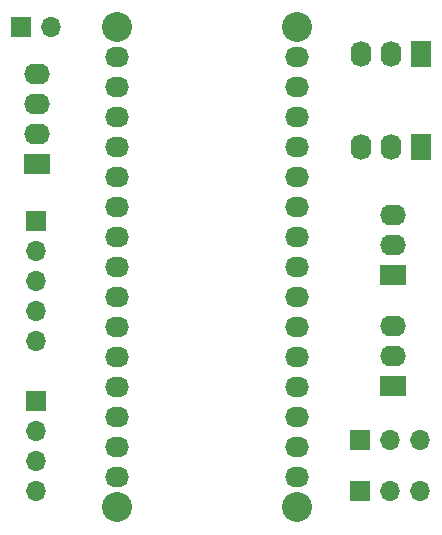
<source format=gbr>
G04 #@! TF.GenerationSoftware,KiCad,Pcbnew,(5.1.4-0-10_14)*
G04 #@! TF.CreationDate,2019-10-29T08:39:25+01:00*
G04 #@! TF.ProjectId,DDI_shield,4444495f-7368-4696-956c-642e6b696361,-*
G04 #@! TF.SameCoordinates,Original*
G04 #@! TF.FileFunction,Soldermask,Top*
G04 #@! TF.FilePolarity,Negative*
%FSLAX46Y46*%
G04 Gerber Fmt 4.6, Leading zero omitted, Abs format (unit mm)*
G04 Created by KiCad (PCBNEW (5.1.4-0-10_14)) date 2019-10-29 08:39:25*
%MOMM*%
%LPD*%
G04 APERTURE LIST*
%ADD10R,1.700000X1.700000*%
%ADD11O,1.700000X1.700000*%
%ADD12O,2.032000X1.727200*%
%ADD13C,2.540000*%
%ADD14R,2.200000X1.740000*%
%ADD15O,2.200000X1.740000*%
%ADD16R,1.740000X2.200000*%
%ADD17O,1.740000X2.200000*%
G04 APERTURE END LIST*
D10*
X132588000Y-100330000D03*
D11*
X132588000Y-102870000D03*
X132588000Y-105410000D03*
X132588000Y-107950000D03*
D10*
X131318000Y-68707000D03*
D11*
X133858000Y-68707000D03*
D12*
X139446000Y-71247000D03*
X139446000Y-73787000D03*
X139446000Y-76327000D03*
X139446000Y-78867000D03*
X139446000Y-81407000D03*
X139446000Y-83947000D03*
X139446000Y-86487000D03*
X139446000Y-89027000D03*
X139446000Y-91567000D03*
X139446000Y-94107000D03*
X139446000Y-96647000D03*
X139446000Y-99187000D03*
X139446000Y-101727000D03*
X139446000Y-104267000D03*
X139446000Y-106807000D03*
X154686000Y-71247000D03*
X154686000Y-73787000D03*
X154686000Y-76327000D03*
X154686000Y-78867000D03*
X154686000Y-81407000D03*
X154686000Y-83947000D03*
X154686000Y-86487000D03*
X154686000Y-89027000D03*
X154686000Y-91567000D03*
X154686000Y-94107000D03*
X154686000Y-96647000D03*
X154686000Y-99187000D03*
X154686000Y-101727000D03*
X154686000Y-104267000D03*
X154686000Y-106807000D03*
D13*
X139446000Y-68707000D03*
X139446000Y-109347000D03*
X154686000Y-109347000D03*
X154686000Y-68707000D03*
D10*
X132588000Y-85090000D03*
D11*
X132588000Y-87630000D03*
X132588000Y-90170000D03*
X132588000Y-92710000D03*
X132588000Y-95250000D03*
D14*
X132715000Y-80264000D03*
D15*
X132715000Y-77724000D03*
X132715000Y-75184000D03*
X132715000Y-72644000D03*
D16*
X165227000Y-70993000D03*
D17*
X162687000Y-70993000D03*
X160147000Y-70993000D03*
X160147000Y-78867000D03*
X162687000Y-78867000D03*
D16*
X165227000Y-78867000D03*
D14*
X162814000Y-99060000D03*
D15*
X162814000Y-96520000D03*
X162814000Y-93980000D03*
X162814000Y-84582000D03*
X162814000Y-87122000D03*
D14*
X162814000Y-89662000D03*
D10*
X160020000Y-107950000D03*
D11*
X162560000Y-107950000D03*
X165100000Y-107950000D03*
X165100000Y-103632000D03*
X162560000Y-103632000D03*
D10*
X160020000Y-103632000D03*
M02*

</source>
